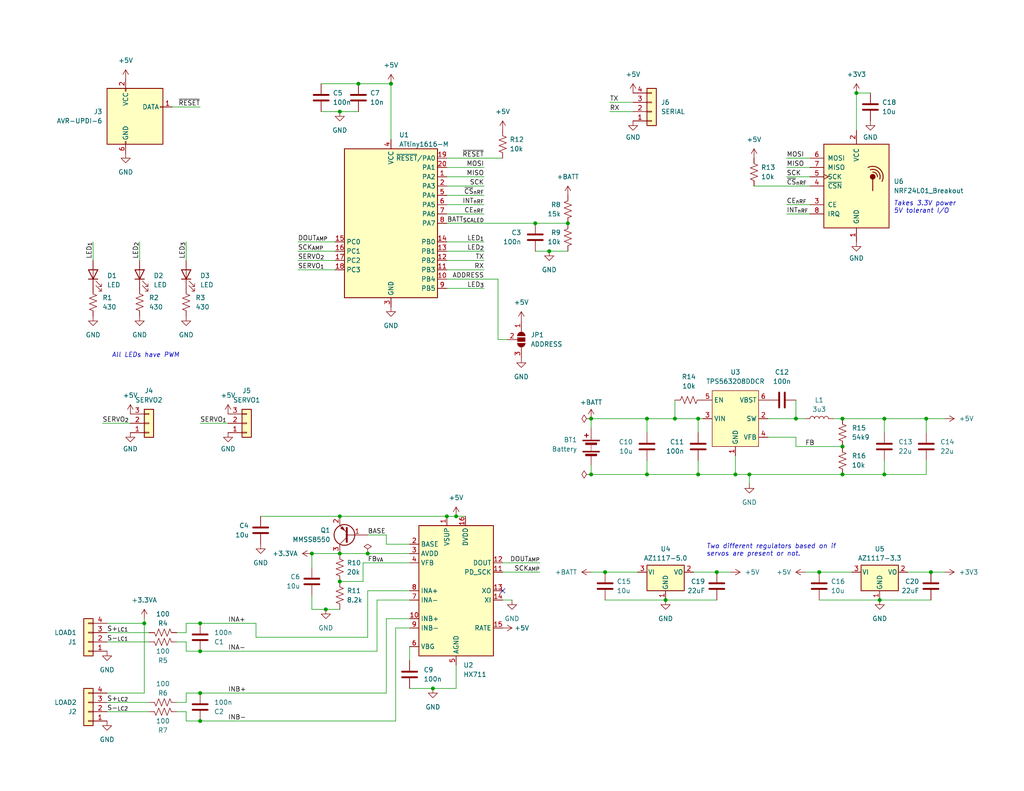
<source format=kicad_sch>
(kicad_sch (version 20230121) (generator eeschema)
  (paper "USLetter")
  (title_block (title "Propellor Pitch Control nRF24") (date "2023-12-06") (rev "1.1") (company "HPVDT") (comment 1 "nRF24 based control for propeller pitch"))
  (lib_symbols
    (symbol "Analog_ADC:HX711"
      (property "Reference" "U" (at 5.08 21.59 0))
      (property "Value" "HX711" (at 7.62 19.05 0))
      (symbol "HX711_0_1"
        (rectangle (start -10.16 17.78) (end 10.16 -17.78) (stroke (width 0.254)) (fill (type background)))
      )
      (symbol "HX711_1_1"
        (pin power_in line (at -2.54 20.32 270) (length 2.54) (name "VSUP") (number "1"))
        (pin input line (at -12.7 -7.62 0) (length 2.54) (name "INB+") (number "10"))
        (pin input line (at 12.7 5.08 180) (length 2.54) (name "PD_SCK") (number "11"))
        (pin output line (at 12.7 7.62 180) (length 2.54) (name "DOUT") (number "12"))
        (pin passive line (at 12.7 0 180) (length 2.54) (name "XO") (number "13"))
        (pin passive line (at 12.7 -2.54 180) (length 2.54) (name "XI") (number "14"))
        (pin input line (at 12.7 -10.16 180) (length 2.54) (name "RATE") (number "15"))
        (pin power_in line (at 2.54 20.32 270) (length 2.54) (name "DVDD") (number "16"))
        (pin passive line (at -12.7 12.7 0) (length 2.54) (name "BASE") (number "2"))
        (pin power_in line (at -12.7 10.16 0) (length 2.54) (name "AVDD") (number "3"))
        (pin input line (at -12.7 7.62 0) (length 2.54) (name "VFB") (number "4"))
        (pin power_in line (at 0 -20.32 90) (length 2.54) (name "AGND") (number "5"))
        (pin passive line (at -12.7 -15.24 0) (length 2.54) (name "VBG") (number "6"))
        (pin input line (at -12.7 -2.54 0) (length 2.54) (name "INA-") (number "7"))
        (pin input line (at -12.7 0 0) (length 2.54) (name "INA+") (number "8"))
        (pin input line (at -12.7 -10.16 0) (length 2.54) (name "INB-") (number "9"))
      )
    )
    (symbol "Connector:AVR-UPDI-6" (pin_names (offset 1.016))
      (property "Reference" "J" (at -6.35 8.89 0))
      (property "Value" "AVR-UPDI-6" (at 0 8.89 0))
      (symbol "AVR-UPDI-6_0_1"
        (rectangle (start -2.667 -6.858) (end -2.413 -7.62))
        (rectangle (start -2.667 7.62) (end -2.413 6.858))
        (rectangle (start 7.62 2.667) (end 6.858 2.413))
        (rectangle (start 7.62 7.62) (end -7.62 -7.62) (stroke (width 0.254)) (fill (type background)))
      )
      (symbol "AVR-UPDI-6_1_1"
        (pin passive line (at 10.16 2.54 180) (length 2.54) (name "DATA") (number "1"))
        (pin passive line (at -2.54 10.16 270) (length 2.54) (name "VCC") (number "2"))
        (pin no_connect line (at 7.62 0 180) (length 2.54) hide (name "NC") (number "3"))
        (pin no_connect line (at 7.62 -2.54 180) (length 2.54) hide (name "NC") (number "4"))
        (pin no_connect line (at 7.62 -5.08 180) (length 2.54) hide (name "NC") (number "5"))
        (pin passive line (at -2.54 -10.16 90) (length 2.54) (name "GND") (number "6"))
      )
    )
    (symbol "Connector_Generic:Conn_01x03" (pin_names (offset 1.016) hide)
      (property "Reference" "J" (at 0 5.08 0))
      (property "Value" "Conn_01x03" (at 0 -5.08 0))
      (symbol "Conn_01x03_1_1"
        (rectangle (start -1.27 -2.413) (end 0 -2.667) (stroke (width 0.1524)))
        (rectangle (start -1.27 0.127) (end 0 -0.127) (stroke (width 0.1524)))
        (rectangle (start -1.27 2.667) (end 0 2.413) (stroke (width 0.1524)))
        (rectangle (start -1.27 3.81) (end 1.27 -3.81) (stroke (width 0.254)) (fill (type background)))
        (pin passive line (at -5.08 2.54 0) (length 3.81) (name "Pin_1") (number "1"))
        (pin passive line (at -5.08 0 0) (length 3.81) (name "Pin_2") (number "2"))
        (pin passive line (at -5.08 -2.54 0) (length 3.81) (name "Pin_3") (number "3"))
      )
    )
    (symbol "Connector_Generic:Conn_01x04" (pin_names (offset 1.016) hide)
      (property "Reference" "J" (at 0 5.08 0))
      (property "Value" "Conn_01x04" (at 0 -7.62 0))
      (symbol "Conn_01x04_1_1"
        (rectangle (start -1.27 -4.953) (end 0 -5.207) (stroke (width 0.1524)))
        (rectangle (start -1.27 -2.413) (end 0 -2.667) (stroke (width 0.1524)))
        (rectangle (start -1.27 0.127) (end 0 -0.127) (stroke (width 0.1524)))
        (rectangle (start -1.27 2.667) (end 0 2.413) (stroke (width 0.1524)))
        (rectangle (start -1.27 3.81) (end 1.27 -6.35) (stroke (width 0.254)) (fill (type background)))
        (pin passive line (at -5.08 2.54 0) (length 3.81) (name "Pin_1") (number "1"))
        (pin passive line (at -5.08 0 0) (length 3.81) (name "Pin_2") (number "2"))
        (pin passive line (at -5.08 -2.54 0) (length 3.81) (name "Pin_3") (number "3"))
        (pin passive line (at -5.08 -5.08 0) (length 3.81) (name "Pin_4") (number "4"))
      )
    )
    (symbol "Device:Battery" (pin_numbers hide) (pin_names (offset 0) hide)
      (property "Reference" "BT" (at 2.54 2.54 0))
      (property "Value" "Battery" (at 2.54 0 0))
      (symbol "Battery_0_1"
        (rectangle (start -2.286 -1.27) (end 2.286 -1.524) (fill (type outline)))
        (rectangle (start -2.286 1.778) (end 2.286 1.524) (fill (type outline)))
        (rectangle (start -1.524 -2.032) (end 1.524 -2.54) (fill (type outline)))
        (rectangle (start -1.524 1.016) (end 1.524 0.508) (fill (type outline)))
        (polyline (pts (xy 0 -1.016) (xy 0 -0.762)))
        (polyline (pts (xy 0 -0.508) (xy 0 -0.254)))
        (polyline (pts (xy 0 0) (xy 0 0.254)))
        (polyline (pts (xy 0 1.778) (xy 0 2.54)))
        (polyline (pts (xy 0.762 3.048) (xy 1.778 3.048)) (stroke (width 0.254)))
        (polyline (pts (xy 1.27 3.556) (xy 1.27 2.54)) (stroke (width 0.254)))
      )
      (symbol "Battery_1_1"
        (pin passive line (at 0 5.08 270) (length 2.54) (name "+") (number "1"))
        (pin passive line (at 0 -5.08 90) (length 2.54) (name "-") (number "2"))
      )
    )
    (symbol "Device:C" (pin_numbers hide) (pin_names (offset 0.254))
      (property "Reference" "C" (at 0.635 2.54 0))
      (property "Value" "C" (at 0.635 -2.54 0))
      (symbol "C_0_1"
        (polyline (pts (xy -2.032 -0.762) (xy 2.032 -0.762)) (stroke (width 0.508)))
        (polyline (pts (xy -2.032 0.762) (xy 2.032 0.762)) (stroke (width 0.508)))
      )
      (symbol "C_1_1"
        (pin passive line (at 0 3.81 270) (length 2.794) (name "~") (number "1"))
        (pin passive line (at 0 -3.81 90) (length 2.794) (name "~") (number "2"))
      )
    )
    (symbol "Device:L" (pin_numbers hide) (pin_names (offset 1.016) hide)
      (property "Reference" "L" (at -1.27 0 90))
      (property "Value" "L" (at 1.905 0 90))
      (symbol "L_0_1"
        (arc (start 0 -2.54) (mid 0.6323 -1.905) (end 0 -1.27))
        (arc (start 0 -1.27) (mid 0.6323 -0.635) (end 0 0))
        (arc (start 0 0) (mid 0.6323 0.635) (end 0 1.27))
        (arc (start 0 1.27) (mid 0.6323 1.905) (end 0 2.54))
      )
      (symbol "L_1_1"
        (pin passive line (at 0 3.81 270) (length 1.27) (name "1") (number "1"))
        (pin passive line (at 0 -3.81 90) (length 1.27) (name "2") (number "2"))
      )
    )
    (symbol "Device:LED" (pin_numbers hide) (pin_names (offset 1.016) hide)
      (property "Reference" "D" (at 0 2.54 0))
      (property "Value" "LED" (at 0 -2.54 0))
      (symbol "LED_0_1"
        (polyline (pts (xy -1.27 -1.27) (xy -1.27 1.27)) (stroke (width 0.254)))
        (polyline (pts (xy -1.27 0) (xy 1.27 0)))
        (polyline (pts (xy 1.27 -1.27) (xy 1.27 1.27) (xy -1.27 0) (xy 1.27 -1.27)) (stroke (width 0.254)))
        (polyline (pts (xy -3.048 -0.762) (xy -4.572 -2.286) (xy -3.81 -2.286) (xy -4.572 -2.286) (xy -4.572 -1.524)))
        (polyline (pts (xy -1.778 -0.762) (xy -3.302 -2.286) (xy -2.54 -2.286) (xy -3.302 -2.286) (xy -3.302 -1.524)))
      )
      (symbol "LED_1_1"
        (pin passive line (at -3.81 0 0) (length 2.54) (name "K") (number "1"))
        (pin passive line (at 3.81 0 180) (length 2.54) (name "A") (number "2"))
      )
    )
    (symbol "Device:Q_PNP_BEC" (pin_names (offset 0) hide)
      (property "Reference" "Q" (at 5.08 1.27 0))
      (property "Value" "Q_PNP_BEC" (at 5.08 -1.27 0))
      (symbol "Q_PNP_BEC_0_1"
        (polyline (pts (xy 0.635 0.635) (xy 2.54 2.54)))
        (polyline (pts (xy 0.635 -0.635) (xy 2.54 -2.54) (xy 2.54 -2.54)))
        (polyline (pts (xy 0.635 1.905) (xy 0.635 -1.905) (xy 0.635 -1.905)) (stroke (width 0.508)))
        (polyline (pts (xy 2.286 -1.778) (xy 1.778 -2.286) (xy 1.27 -1.27) (xy 2.286 -1.778) (xy 2.286 -1.778)) (fill (type outline)))
        (circle (center 1.27 0) (radius 2.8194) (stroke (width 0.254)))
      )
      (symbol "Q_PNP_BEC_1_1"
        (pin input line (at -5.08 0 0) (length 5.715) (name "B") (number "1"))
        (pin passive line (at 2.54 -5.08 90) (length 2.54) (name "E") (number "2"))
        (pin passive line (at 2.54 5.08 270) (length 2.54) (name "C") (number "3"))
      )
    )
    (symbol "Device:R_US" (pin_numbers hide) (pin_names (offset 0))
      (property "Reference" "R" (at 2.54 0 90))
      (property "Value" "R_US" (at -2.54 0 90))
      (symbol "R_US_0_1"
        (polyline (pts (xy 0 -2.286) (xy 0 -2.54)))
        (polyline (pts (xy 0 2.286) (xy 0 2.54)))
        (polyline (pts (xy 0 -0.762) (xy 1.016 -1.143) (xy 0 -1.524) (xy -1.016 -1.905) (xy 0 -2.286)))
        (polyline (pts (xy 0 0.762) (xy 1.016 0.381) (xy 0 0) (xy -1.016 -0.381) (xy 0 -0.762)))
        (polyline (pts (xy 0 2.286) (xy 1.016 1.905) (xy 0 1.524) (xy -1.016 1.143) (xy 0 0.762)))
      )
      (symbol "R_US_1_1"
        (pin passive line (at 0 3.81 270) (length 1.27) (name "~") (number "1"))
        (pin passive line (at 0 -3.81 90) (length 1.27) (name "~") (number "2"))
      )
    )
    (symbol "Jumper:SolderJumper_3_Open" (pin_names (offset 0) hide)
      (property "Reference" "JP" (at -2.54 -2.54 0))
      (property "Value" "SolderJumper_3_Open" (at 0 2.794 0))
      (symbol "SolderJumper_3_Open_0_1"
        (arc (start -1.016 1.016) (mid -2.0276 0) (end -1.016 -1.016))
        (arc (start -1.016 1.016) (mid -2.0276 0) (end -1.016 -1.016) (fill (type outline)))
        (rectangle (start -0.508 1.016) (end 0.508 -1.016) (fill (type outline)))
        (polyline (pts (xy -2.54 0) (xy -2.032 0)))
        (polyline (pts (xy -1.016 1.016) (xy -1.016 -1.016)))
        (polyline (pts (xy 0 -1.27) (xy 0 -1.016)))
        (polyline (pts (xy 1.016 1.016) (xy 1.016 -1.016)))
        (polyline (pts (xy 2.54 0) (xy 2.032 0)))
        (arc (start 1.016 -1.016) (mid 2.0276 0) (end 1.016 1.016))
        (arc (start 1.016 -1.016) (mid 2.0276 0) (end 1.016 1.016) (fill (type outline)))
      )
      (symbol "SolderJumper_3_Open_1_1"
        (pin passive line (at -5.08 0 0) (length 2.54) (name "A") (number "1"))
        (pin passive line (at 0 -3.81 90) (length 2.54) (name "C") (number "2"))
        (pin passive line (at 5.08 0 180) (length 2.54) (name "B") (number "3"))
      )
    )
    (symbol "MCU_Microchip_ATtiny:ATtiny1616-M"
      (property "Reference" "U" (at -12.7 21.59 0))
      (property "Value" "ATtiny1616-M" (at 2.54 -21.59 0))
      (symbol "ATtiny1616-M_0_1"
        (rectangle (start -12.7 -20.32) (end 12.7 20.32) (stroke (width 0.254)) (fill (type background)))
      )
      (symbol "ATtiny1616-M_1_1"
        (pin bidirectional line (at 15.24 12.7 180) (length 2.54) (name "PA2") (number "1"))
        (pin bidirectional line (at 15.24 -15.24 180) (length 2.54) (name "PB4") (number "10"))
        (pin bidirectional line (at 15.24 -12.7 180) (length 2.54) (name "PB3") (number "11"))
        (pin bidirectional line (at 15.24 -10.16 180) (length 2.54) (name "PB2") (number "12"))
        (pin bidirectional line (at 15.24 -7.62 180) (length 2.54) (name "PB1") (number "13"))
        (pin bidirectional line (at 15.24 -5.08 180) (length 2.54) (name "PB0") (number "14"))
        (pin bidirectional line (at -15.24 -5.08 0) (length 2.54) (name "PC0") (number "15"))
        (pin bidirectional line (at -15.24 -7.62 0) (length 2.54) (name "PC1") (number "16"))
        (pin bidirectional line (at -15.24 -10.16 0) (length 2.54) (name "PC2") (number "17"))
        (pin bidirectional line (at -15.24 -12.7 0) (length 2.54) (name "PC3") (number "18"))
        (pin bidirectional line (at 15.24 17.78 180) (length 2.54) (name "~{RESET}/PA0") (number "19"))
        (pin bidirectional line (at 15.24 10.16 180) (length 2.54) (name "PA3") (number "2"))
        (pin bidirectional line (at 15.24 15.24 180) (length 2.54) (name "PA1") (number "20"))
        (pin passive line (at 0 -22.86 90) (length 2.54) hide (name "GND") (number "21"))
        (pin power_in line (at 0 -22.86 90) (length 2.54) (name "GND") (number "3"))
        (pin power_in line (at 0 22.86 270) (length 2.54) (name "VCC") (number "4"))
        (pin bidirectional line (at 15.24 7.62 180) (length 2.54) (name "PA4") (number "5"))
        (pin bidirectional line (at 15.24 5.08 180) (length 2.54) (name "PA5") (number "6"))
        (pin bidirectional line (at 15.24 2.54 180) (length 2.54) (name "PA6") (number "7"))
        (pin bidirectional line (at 15.24 0 180) (length 2.54) (name "PA7") (number "8"))
        (pin bidirectional line (at 15.24 -17.78 180) (length 2.54) (name "PB5") (number "9"))
      )
    )
    (symbol "RF:NRF24L01_Breakout" (pin_names (offset 1.016))
      (property "Reference" "U" (at -8.89 12.7 0))
      (property "Value" "NRF24L01_Breakout" (at 3.81 12.7 0))
      (symbol "NRF24L01_Breakout_0_1"
        (rectangle (start -8.89 11.43) (end 8.89 -11.43) (stroke (width 0.254)) (fill (type background)))
        (polyline (pts (xy 4.445 1.905) (xy 4.445 -1.27)) (stroke (width 0.254)))
        (circle (center 4.445 2.54) (radius 0.635) (stroke (width 0.254)) (fill (type outline)))
        (arc (start 5.715 2.54) (mid 5.3521 3.4546) (end 4.445 3.81) (stroke (width 0.254)))
        (arc (start 6.35 1.905) (mid 5.8763 3.9854) (end 3.81 4.445) (stroke (width 0.254)))
        (arc (start 6.985 1.27) (mid 6.453 4.548) (end 3.175 5.08) (stroke (width 0.254)))
      )
      (symbol "NRF24L01_Breakout_1_1"
        (pin power_in line (at 0 -15.24 90) (length 3.81) (name "GND") (number "1"))
        (pin power_in line (at 0 15.24 270) (length 3.81) (name "VCC") (number "2"))
        (pin input line (at -12.7 -5.08 0) (length 3.81) (name "CE") (number "3"))
        (pin input line (at -12.7 0 0) (length 3.81) (name "~{CSN}") (number "4"))
        (pin input clock (at -12.7 2.54 0) (length 3.81) (name "SCK") (number "5"))
        (pin input line (at -12.7 7.62 0) (length 3.81) (name "MOSI") (number "6"))
        (pin output line (at -12.7 5.08 0) (length 3.81) (name "MISO") (number "7"))
        (pin output line (at -12.7 -7.62 0) (length 3.81) (name "IRQ") (number "8"))
      )
    )
    (symbol "Regulator_Linear:AZ1117-3.3" (pin_names (offset 0.254))
      (property "Reference" "U" (at -3.81 3.175 0))
      (property "Value" "AZ1117-3.3" (at 0 3.175 0))
      (symbol "AZ1117-3.3_0_1"
        (rectangle (start -5.08 1.905) (end 5.08 -5.08) (stroke (width 0.254)) (fill (type background)))
      )
      (symbol "AZ1117-3.3_1_1"
        (pin power_in line (at 0 -7.62 90) (length 2.54) (name "GND") (number "1"))
        (pin power_out line (at 7.62 0 180) (length 2.54) (name "VO") (number "2"))
        (pin power_in line (at -7.62 0 0) (length 2.54) (name "VI") (number "3"))
      )
    )
    (symbol "Regulator_Linear:AZ1117-5.0" (pin_names (offset 0.254))
      (property "Reference" "U" (at -3.81 3.175 0))
      (property "Value" "AZ1117-5.0" (at 0 3.175 0))
      (symbol "AZ1117-5.0_0_1"
        (rectangle (start -5.08 1.905) (end 5.08 -5.08) (stroke (width 0.254)) (fill (type background)))
      )
      (symbol "AZ1117-5.0_1_1"
        (pin power_in line (at 0 -7.62 90) (length 2.54) (name "GND") (number "1"))
        (pin power_out line (at 7.62 0 180) (length 2.54) (name "VO") (number "2"))
        (pin power_in line (at -7.62 0 0) (length 2.54) (name "VI") (number "3"))
      )
    )
    (symbol "TPS563208DDCR:TPS563208DDCR"
      (property "Reference" "U" (at 0 11.43 0))
      (property "Value" "TPS563208DDCR" (at 0 8.89 0))
      (symbol "TPS563208DDCR_1_1"
        (rectangle (start -6.35 7.62) (end 6.35 -7.62) (fill (type background)))
        (pin power_in line (at 0 -10.16 90) (length 2.54) (name "GND") (number "1"))
        (pin power_out line (at 8.89 0 180) (length 2.54) (name "SW") (number "2"))
        (pin power_in line (at -8.89 0 0) (length 2.54) (name "VIN") (number "3"))
        (pin input line (at 8.89 -5.08 180) (length 2.54) (name "VFB") (number "4"))
        (pin input line (at -8.89 5.08 0) (length 2.54) (name "EN") (number "5"))
        (pin passive line (at 8.89 5.08 180) (length 2.54) (name "VBST") (number "6"))
      )
    )
    (symbol "power:+3.3VA" (power) (pin_names (offset 0))
      (property "Value" "+3.3VA" (at 0 3.556 0))
      (symbol "+3.3VA_0_1"
        (polyline (pts (xy -0.762 1.27) (xy 0 2.54)))
        (polyline (pts (xy 0 0) (xy 0 2.54)))
        (polyline (pts (xy 0 2.54) (xy 0.762 1.27)))
      )
      (symbol "+3.3VA_1_1"
        (pin power_in line (at 0 0 90) (length 0) hide (name "+3.3VA") (number "1"))
      )
    )
    (symbol "power:+3V3" (power) (pin_names (offset 0))
      (property "Value" "+3V3" (at 0 3.556 0))
      (symbol "+3V3_0_1"
        (polyline (pts (xy -0.762 1.27) (xy 0 2.54)))
        (polyline (pts (xy 0 0) (xy 0 2.54)))
        (polyline (pts (xy 0 2.54) (xy 0.762 1.27)))
      )
      (symbol "+3V3_1_1"
        (pin power_in line (at 0 0 90) (length 0) hide (name "+3V3") (number "1"))
      )
    )
    (symbol "power:+5V" (power) (pin_names (offset 0))
      (property "Value" "+5V" (at 0 3.556 0))
      (symbol "+5V_0_1"
        (polyline (pts (xy -0.762 1.27) (xy 0 2.54)))
        (polyline (pts (xy 0 0) (xy 0 2.54)))
        (polyline (pts (xy 0 2.54) (xy 0.762 1.27)))
      )
      (symbol "+5V_1_1"
        (pin power_in line (at 0 0 90) (length 0) hide (name "+5V") (number "1"))
      )
    )
    (symbol "power:+BATT" (power) (pin_names (offset 0))
      (property "Value" "+BATT" (at 0 3.556 0))
      (symbol "+BATT_0_1"
        (polyline (pts (xy -0.762 1.27) (xy 0 2.54)))
        (polyline (pts (xy 0 0) (xy 0 2.54)))
        (polyline (pts (xy 0 2.54) (xy 0.762 1.27)))
      )
      (symbol "+BATT_1_1"
        (pin power_in line (at 0 0 90) (length 0) hide (name "+BATT") (number "1"))
      )
    )
    (symbol "power:GND" (power) (pin_names (offset 0))
      (property "Value" "GND" (at 0 -3.81 0))
      (symbol "GND_0_1"
        (polyline (pts (xy 0 0) (xy 0 -1.27) (xy 1.27 -1.27) (xy 0 -2.54) (xy -1.27 -1.27) (xy 0 -1.27)))
      )
      (symbol "GND_1_1"
        (pin power_in line (at 0 0 270) (length 0) hide (name "GND") (number "1"))
      )
    )
    (symbol "power:PWR_FLAG" (power) (pin_numbers hide) (pin_names (offset 0) hide)
      (property "Value" "PWR_FLAG" (at 0 3.81 0))
      (symbol "PWR_FLAG_0_0"
        (pin power_out line (at 0 0 90) (length 0) (name "pwr") (number "1"))
      )
      (symbol "PWR_FLAG_0_1"
        (polyline (pts (xy 0 0) (xy 0 1.27) (xy -1.016 1.905) (xy 0 2.54) (xy 1.016 1.905) (xy 0 1.27)))
      )
    )
  )
  (bus_alias "" (members))
  (junction (at 146.05 60.96))
  (junction (at 54.61 196.85))
  (junction (at 176.53 114.3))
  (junction (at 161.29 114.3))
  (junction (at 92.71 151.13))
  (junction (at 92.71 140.97))
  (junction (at 165.1 156.21))
  (junction (at 54.61 189.23))
  (junction (at 97.79 22.86))
  (junction (at 223.52 156.21))
  (junction (at 229.87 114.3))
  (junction (at 39.37 170.18))
  (junction (at 190.5 114.3))
  (junction (at 118.11 187.96))
  (junction (at 92.71 30.48))
  (junction (at 190.5 129.54))
  (junction (at 92.71 158.75))
  (junction (at 252.73 114.3))
  (junction (at 124.46 140.97))
  (junction (at 229.87 129.54))
  (junction (at 204.47 129.54))
  (junction (at 154.94 60.96))
  (junction (at 200.66 129.54))
  (junction (at 100.33 151.13))
  (junction (at 241.3 129.54))
  (junction (at 229.87 121.92))
  (junction (at 254 156.21))
  (junction (at 233.68 25.4))
  (junction (at 149.86 68.58))
  (junction (at 181.61 163.83))
  (junction (at 217.17 114.3))
  (junction (at 195.58 156.21))
  (junction (at 88.9 166.37))
  (junction (at 85.09 151.13))
  (junction (at 184.15 114.3))
  (junction (at 176.53 129.54))
  (junction (at 121.92 140.97))
  (junction (at 241.3 114.3))
  (junction (at 54.61 177.8))
  (junction (at 54.61 170.18))
  (junction (at 106.68 22.86))
  (junction (at 240.03 163.83))
  (junction (at 161.29 129.54))
  (no_connect (at 137.16 161.29))
  (wire (pts (xy 121.92 48.26) (xy 132.08 48.26)))
  (wire (pts (xy 176.53 114.3) (xy 184.15 114.3)))
  (wire (pts (xy 189.23 156.21) (xy 195.58 156.21)))
  (wire (pts (xy 54.61 170.18) (xy 69.85 170.18)))
  (wire (pts (xy 100.33 146.05) (xy 105.41 146.05)))
  (wire (pts (xy 85.09 166.37) (xy 88.9 166.37)))
  (wire (pts (xy 204.47 129.54) (xy 229.87 129.54)))
  (wire (pts (xy 50.8 189.23) (xy 54.61 189.23)))
  (wire (pts (xy 102.87 163.83) (xy 111.76 163.83)))
  (wire (pts (xy 217.17 114.3) (xy 217.17 109.22)))
  (wire (pts (xy 106.68 22.86) (xy 106.68 38.1)))
  (wire (pts (xy 107.95 171.45) (xy 111.76 171.45)))
  (wire (pts (xy 69.85 170.18) (xy 69.85 173.99)))
  (wire (pts (xy 69.85 173.99) (xy 100.33 173.99)))
  (wire (pts (xy 223.52 163.83) (xy 240.03 163.83)))
  (wire (pts (xy 121.92 45.72) (xy 132.08 45.72)))
  (wire (pts (xy 111.76 187.96) (xy 118.11 187.96)))
  (wire (pts (xy 105.41 168.91) (xy 111.76 168.91)))
  (wire (pts (xy 50.8 177.8) (xy 54.61 177.8)))
  (wire (pts (xy 48.26 194.31) (xy 50.8 194.31)))
  (wire (pts (xy 99.06 153.67) (xy 111.76 153.67)))
  (wire (pts (xy 161.29 129.54) (xy 161.29 127)))
  (wire (pts (xy 105.41 148.59) (xy 111.76 148.59)))
  (wire (pts (xy 29.21 189.23) (xy 39.37 189.23)))
  (wire (pts (xy 92.71 140.97) (xy 121.92 140.97)))
  (wire (pts (xy 54.61 177.8) (xy 102.87 177.8)))
  (wire (pts (xy 121.92 66.04) (xy 132.08 66.04)))
  (wire (pts (xy 91.44 71.12) (xy 81.28 71.12)))
  (wire (pts (xy 165.1 156.21) (xy 173.99 156.21)))
  (wire (pts (xy 50.8 175.26) (xy 50.8 177.8)))
  (wire (pts (xy 50.8 191.77) (xy 50.8 189.23)))
  (wire (pts (xy 229.87 114.3) (xy 241.3 114.3)))
  (wire (pts (xy 241.3 114.3) (xy 252.73 114.3)))
  (wire (pts (xy 85.09 151.13) (xy 92.71 151.13)))
  (wire (pts (xy 209.55 114.3) (xy 217.17 114.3)))
  (wire (pts (xy 181.61 163.83) (xy 195.58 163.83)))
  (wire (pts (xy 217.17 119.38) (xy 217.17 121.92)))
  (wire (pts (xy 184.15 114.3) (xy 184.15 109.22)))
  (wire (pts (xy 50.8 196.85) (xy 54.61 196.85)))
  (wire (pts (xy 71.12 140.97) (xy 92.71 140.97)))
  (wire (pts (xy 121.92 43.18) (xy 137.16 43.18)))
  (wire (pts (xy 121.92 76.2) (xy 135.89 76.2)))
  (wire (pts (xy 121.92 140.97) (xy 124.46 140.97)))
  (wire (pts (xy 176.53 129.54) (xy 190.5 129.54)))
  (wire (pts (xy 39.37 168.91) (xy 39.37 170.18)))
  (wire (pts (xy 38.1 66.04) (xy 38.1 71.12)))
  (wire (pts (xy 48.26 175.26) (xy 50.8 175.26)))
  (wire (pts (xy 87.63 22.86) (xy 97.79 22.86)))
  (wire (pts (xy 91.44 73.66) (xy 81.28 73.66)))
  (wire (pts (xy 48.26 191.77) (xy 50.8 191.77)))
  (wire (pts (xy 91.44 66.04) (xy 81.28 66.04)))
  (wire (pts (xy 39.37 189.23) (xy 39.37 170.18)))
  (wire (pts (xy 209.55 119.38) (xy 217.17 119.38)))
  (wire (pts (xy 137.16 156.21) (xy 147.32 156.21)))
  (wire (pts (xy 154.94 68.58) (xy 149.86 68.58)))
  (wire (pts (xy 161.29 156.21) (xy 165.1 156.21)))
  (wire (pts (xy 247.65 156.21) (xy 254 156.21)))
  (wire (pts (xy 124.46 140.97) (xy 127 140.97)))
  (wire (pts (xy 100.33 173.99) (xy 100.33 161.29)))
  (wire (pts (xy 111.76 180.34) (xy 111.76 176.53)))
  (wire (pts (xy 233.68 25.4) (xy 233.68 35.56)))
  (wire (pts (xy 85.09 154.94) (xy 85.09 151.13)))
  (wire (pts (xy 121.92 58.42) (xy 132.08 58.42)))
  (wire (pts (xy 124.46 181.61) (xy 124.46 187.96)))
  (wire (pts (xy 121.92 55.88) (xy 132.08 55.88)))
  (wire (pts (xy 88.9 166.37) (xy 92.71 166.37)))
  (wire (pts (xy 29.21 194.31) (xy 40.64 194.31)))
  (wire (pts (xy 50.8 172.72) (xy 50.8 170.18)))
  (wire (pts (xy 195.58 156.21) (xy 199.39 156.21)))
  (wire (pts (xy 240.03 163.83) (xy 254 163.83)))
  (wire (pts (xy 99.06 153.67) (xy 99.06 158.75)))
  (wire (pts (xy 241.3 118.11) (xy 241.3 114.3)))
  (wire (pts (xy 48.26 172.72) (xy 50.8 172.72)))
  (wire (pts (xy 25.4 66.04) (xy 25.4 71.12)))
  (wire (pts (xy 176.53 114.3) (xy 176.53 118.11)))
  (wire (pts (xy 223.52 156.21) (xy 232.41 156.21)))
  (wire (pts (xy 214.63 43.18) (xy 220.98 43.18)))
  (wire (pts (xy 135.89 76.2) (xy 135.89 92.71)))
  (wire (pts (xy 121.92 71.12) (xy 132.08 71.12)))
  (wire (pts (xy 227.33 114.3) (xy 229.87 114.3)))
  (wire (pts (xy 54.61 196.85) (xy 107.95 196.85)))
  (wire (pts (xy 254 156.21) (xy 257.81 156.21)))
  (wire (pts (xy 54.61 115.57) (xy 62.23 115.57)))
  (wire (pts (xy 204.47 132.08) (xy 204.47 129.54)))
  (wire (pts (xy 102.87 177.8) (xy 102.87 163.83)))
  (wire (pts (xy 217.17 121.92) (xy 229.87 121.92)))
  (wire (pts (xy 146.05 60.96) (xy 154.94 60.96)))
  (wire (pts (xy 29.21 191.77) (xy 40.64 191.77)))
  (wire (pts (xy 29.21 172.72) (xy 40.64 172.72)))
  (wire (pts (xy 176.53 129.54) (xy 176.53 125.73)))
  (wire (pts (xy 149.86 68.58) (xy 146.05 68.58)))
  (wire (pts (xy 217.17 114.3) (xy 219.71 114.3)))
  (wire (pts (xy 214.63 55.88) (xy 220.98 55.88)))
  (wire (pts (xy 184.15 114.3) (xy 190.5 114.3)))
  (wire (pts (xy 252.73 114.3) (xy 257.81 114.3)))
  (wire (pts (xy 118.11 187.96) (xy 124.46 187.96)))
  (wire (pts (xy 121.92 50.8) (xy 132.08 50.8)))
  (wire (pts (xy 107.95 196.85) (xy 107.95 171.45)))
  (wire (pts (xy 97.79 22.86) (xy 106.68 22.86)))
  (wire (pts (xy 191.77 114.3) (xy 190.5 114.3)))
  (wire (pts (xy 165.1 163.83) (xy 181.61 163.83)))
  (wire (pts (xy 105.41 146.05) (xy 105.41 148.59)))
  (wire (pts (xy 237.49 25.4) (xy 233.68 25.4)))
  (wire (pts (xy 241.3 129.54) (xy 252.73 129.54)))
  (wire (pts (xy 92.71 30.48) (xy 97.79 30.48)))
  (wire (pts (xy 92.71 30.48) (xy 87.63 30.48)))
  (wire (pts (xy 241.3 129.54) (xy 241.3 125.73)))
  (wire (pts (xy 190.5 114.3) (xy 190.5 118.11)))
  (wire (pts (xy 54.61 189.23) (xy 105.41 189.23)))
  (wire (pts (xy 50.8 196.85) (xy 50.8 194.31)))
  (wire (pts (xy 214.63 58.42) (xy 220.98 58.42)))
  (wire (pts (xy 137.16 163.83) (xy 139.7 163.83)))
  (wire (pts (xy 219.71 156.21) (xy 223.52 156.21)))
  (wire (pts (xy 172.72 30.48) (xy 166.37 30.48)))
  (wire (pts (xy 27.94 115.57) (xy 35.56 115.57)))
  (wire (pts (xy 205.74 50.8) (xy 220.98 50.8)))
  (wire (pts (xy 172.72 27.94) (xy 166.37 27.94)))
  (wire (pts (xy 200.66 129.54) (xy 200.66 124.46)))
  (wire (pts (xy 121.92 73.66) (xy 132.08 73.66)))
  (wire (pts (xy 200.66 129.54) (xy 204.47 129.54)))
  (wire (pts (xy 121.92 53.34) (xy 132.08 53.34)))
  (wire (pts (xy 29.21 175.26) (xy 40.64 175.26)))
  (wire (pts (xy 137.16 153.67) (xy 147.32 153.67)))
  (wire (pts (xy 100.33 161.29) (xy 111.76 161.29)))
  (wire (pts (xy 121.92 60.96) (xy 146.05 60.96)))
  (wire (pts (xy 214.63 48.26) (xy 220.98 48.26)))
  (wire (pts (xy 229.87 129.54) (xy 241.3 129.54)))
  (wire (pts (xy 252.73 118.11) (xy 252.73 114.3)))
  (wire (pts (xy 121.92 78.74) (xy 132.08 78.74)))
  (wire (pts (xy 161.29 116.84) (xy 161.29 114.3)))
  (wire (pts (xy 190.5 129.54) (xy 190.5 125.73)))
  (wire (pts (xy 214.63 45.72) (xy 220.98 45.72)))
  (wire (pts (xy 91.44 68.58) (xy 81.28 68.58)))
  (wire (pts (xy 121.92 68.58) (xy 132.08 68.58)))
  (wire (pts (xy 161.29 114.3) (xy 176.53 114.3)))
  (wire (pts (xy 190.5 129.54) (xy 200.66 129.54)))
  (wire (pts (xy 99.06 158.75) (xy 92.71 158.75)))
  (wire (pts (xy 50.8 170.18) (xy 54.61 170.18)))
  (wire (pts (xy 92.71 151.13) (xy 100.33 151.13)))
  (wire (pts (xy 50.8 66.04) (xy 50.8 71.12)))
  (wire (pts (xy 46.99 29.21) (xy 54.61 29.21)))
  (wire (pts (xy 135.89 92.71) (xy 138.43 92.71)))
  (wire (pts (xy 29.21 170.18) (xy 39.37 170.18)))
  (wire (pts (xy 105.41 189.23) (xy 105.41 168.91)))
  (wire (pts (xy 100.33 151.13) (xy 111.76 151.13)))
  (wire (pts (xy 85.09 166.37) (xy 85.09 162.56)))
  (wire (pts (xy 252.73 125.73) (xy 252.73 129.54)))
  (wire (pts (xy 161.29 129.54) (xy 176.53 129.54)))
  (text_box "Two different regulators based on if servos are present or not." (at 191.77 147.32 0) (size 38.735 5.08) (stroke (width -0.0001)) (effects (font (size 1.27 1.27) italic) (justify left top)))
  (text "Takes 3.3V power\n5V tolerant I/O" (at 243.84 58.42 0) (effects (font (size 1.27 1.27) italic) (justify left bottom)))
  (text "All LEDs have PWM" (at 30.48 97.79 0) (effects (font (size 1.27 1.27) italic) (justify left bottom)))
  (label "INA-" (at 62.23 177.8 0))
  (label "FB_{VA}" (at 100.33 153.67 0))
  (label "BATT_{SCALED}" (at 132.08 60.96 180))
  (label "S-_{LC1}" (at 29.21 175.26 0))
  (label "SCK_{AMP}" (at 81.28 68.58 0))
  (label "S+_{LC1}" (at 29.21 172.72 0))
  (label "SERVO_{2}" (at 27.94 115.57 0))
  (label "CE_{nRF}" (at 132.08 58.42 180))
  (label "S-_{LC2}" (at 29.21 194.31 0))
  (label "ADDRESS" (at 132.08 76.2 180))
  (label "SCK" (at 214.63 48.26 0))
  (label "INA+" (at 62.23 170.18 0))
  (label "MISO" (at 132.08 48.26 180))
  (label "LED_{1}" (at 25.4 66.04 270))
  (label "DOUT_{AMP}" (at 147.32 153.67 180))
  (label "SCK" (at 132.08 50.8 180))
  (label "~{CS}_{nRF}" (at 214.63 50.8 0))
  (label "SERVO_{2}" (at 81.28 71.12 0))
  (label "FB" (at 219.71 121.92 0))
  (label "INT_{nRF}" (at 214.63 58.42 0))
  (label "LED_{2}" (at 132.08 68.58 180))
  (label "MISO" (at 214.63 45.72 0))
  (label "SERVO_{1}" (at 54.61 115.57 0))
  (label "~{RESET}" (at 132.08 43.18 180))
  (label "CE_{nRF}" (at 214.63 55.88 0))
  (label "BASE" (at 100.33 146.05 0))
  (label "DOUT_{AMP}" (at 81.28 66.04 0))
  (label "S+_{LC2}" (at 29.21 191.77 0))
  (label "LED_{3}" (at 50.8 66.04 270))
  (label "LED_{3}" (at 132.08 78.74 180))
  (label "INT_{nRF}" (at 132.08 55.88 180))
  (label "TX" (at 132.08 71.12 180))
  (label "MOSI" (at 132.08 45.72 180))
  (label "SCK_{AMP}" (at 147.32 156.21 180))
  (label "MOSI" (at 214.63 43.18 0))
  (label "SERVO_{1}" (at 81.28 73.66 0))
  (label "~{RESET}" (at 54.61 29.21 180))
  (label "TX" (at 166.37 27.94 0))
  (label "RX" (at 166.37 30.48 0))
  (label "LED_{2}" (at 38.1 66.04 270))
  (label "LED_{1}" (at 132.08 66.04 180))
  (label "INB-" (at 62.23 196.85 0))
  (label "INB+" (at 62.23 189.23 0))
  (label "~{CS}_{nRF}" (at 132.08 53.34 180))
  (label "RX" (at 132.08 73.66 180))
  (symbol (lib_id "Device:C") (at 85.09 158.75 0) (mirror x) (unit 1)
    (property "Reference" "C6" (at 81.915 157.48 0) (effects (justify right)))
    (property "Value" "10u" (at 81.915 160.02 0) (effects (justify right)))
    (property "Footprint" "Capacitor_SMD:C_0805_2012Metric" (effects hide))
  )
  (symbol (lib_id "Device:R_US") (at 44.45 194.31 90) (mirror x) (unit 1)
    (property "Reference" "R7" (at 44.45 199.39 90))
    (property "Value" "100" (at 44.45 196.85 90))
    (property "Footprint" "Resistor_SMD:R_0603_1608Metric" (effects hide))
  )
  (symbol (lib_id "power:+5V") (at 62.23 113.03 0) (unit 1)
    (property "Reference" "#PWR011" (effects hide))
    (property "Value" "+5V" (at 62.23 107.95 0))
  )
  (symbol (lib_id "power:GND") (at 172.72 33.02 0) (unit 1)
    (property "Reference" "#PWR049" (effects hide))
    (property "Value" "GND" (at 172.72 37.465 0))
  )
  (symbol (lib_id "power:+5V") (at 205.74 43.18 0) (unit 1)
    (property "Reference" "#PWR033" (effects hide))
    (property "Value" "+5V" (at 205.74 38.1 0))
  )
  (symbol (lib_id "Device:R_US") (at 154.94 57.15 0) (mirror y) (unit 1)
    (property "Reference" "R8" (at 153.035 55.88 0) (effects (justify left)))
    (property "Value" "15k" (at 153.035 58.42 0) (effects (justify left)))
    (property "Footprint" "Resistor_SMD:R_0603_1608Metric" (effects hide))
  )
  (symbol (lib_id "power:+5V") (at 199.39 156.21 270) (unit 1)
    (property "Reference" "#PWR045" (effects hide))
    (property "Value" "+5V" (at 203.2 156.21 90) (effects (justify left)))
  )
  (symbol (lib_id "Device:R_US") (at 25.4 82.55 0) (unit 1)
    (property "Reference" "R1" (at 27.94 81.28 0) (effects (justify left)))
    (property "Value" "430" (at 27.94 83.82 0) (effects (justify left)))
    (property "Footprint" "Resistor_SMD:R_0603_1608Metric" (effects hide))
  )
  (symbol (lib_id "power:+BATT") (at 154.94 53.34 0) (mirror y) (unit 1)
    (property "Reference" "#PWR013" (effects hide))
    (property "Value" "+BATT" (at 154.94 48.26 0))
  )
  (symbol (lib_id "power:PWR_FLAG") (at 100.33 151.13 0) (unit 1)
    (property "Reference" "#FLG01" (effects hide))
    (property "Value" "PWR_FLAG" (effects hide))
  )
  (symbol (lib_id "Connector_Generic:Conn_01x03") (at 67.31 115.57 0) (mirror x) (unit 1)
    (property "Reference" "J5" (at 67.31 106.68 0))
    (property "Value" "SERVO1" (at 67.31 109.22 0))
    (property "Footprint" "Connector_JST:JST_EH_B3B-EH-A_1x03_P2.50mm_Vertical" (effects hide))
  )
  (symbol (lib_id "Device:C") (at 165.1 160.02 180) (unit 1)
    (property "Reference" "C15" (at 168.275 158.75 0) (effects (justify right)))
    (property "Value" "10u" (at 168.275 161.29 0) (effects (justify right)))
    (property "Footprint" "Capacitor_SMD:C_0805_2012Metric" (effects hide))
  )
  (symbol (lib_id "Device:C") (at 87.63 26.67 0) (unit 1)
    (property "Reference" "C5" (at 90.805 25.4 0) (effects (justify left)))
    (property "Value" "100n" (at 90.805 27.94 0) (effects (justify left)))
    (property "Footprint" "Capacitor_SMD:C_0603_1608Metric" (effects hide))
  )
  (symbol (lib_id "Connector_Generic:Conn_01x04") (at 24.13 175.26 180) (unit 1) (in_bom no)
    (property "Reference" "J1" (at 20.955 175.26 0) (effects (justify left)))
    (property "Value" "LOAD1" (at 20.955 172.72 0) (effects (justify left)))
    (property "Footprint" "Connector_PinHeader_2.54mm:PinHeader_1x04_P2.54mm_Vertical" (effects hide))
  )
  (symbol (lib_id "Device:R_US") (at 44.45 172.72 90) (mirror x) (unit 1)
    (property "Reference" "R4" (at 44.45 170.18 90))
    (property "Value" "100" (at 44.45 167.64 90))
    (property "Footprint" "Resistor_SMD:R_0603_1608Metric" (effects hide))
  )
  (symbol (lib_id "power:GND") (at 88.9 166.37 0) (mirror y) (unit 1)
    (property "Reference" "#PWR018" (effects hide))
    (property "Value" "GND" (at 88.9 171.45 0))
  )
  (symbol (lib_id "Connector_Generic:Conn_01x03") (at 40.64 115.57 0) (mirror x) (unit 1)
    (property "Reference" "J4" (at 40.64 106.68 0))
    (property "Value" "SERVO2" (at 40.64 109.22 0))
    (property "Footprint" "Connector_JST:JST_EH_B3B-EH-A_1x03_P2.50mm_Vertical" (effects hide))
  )
  (symbol (lib_id "Regulator_Linear:AZ1117-3.3") (at 240.03 156.21 0) (unit 1)
    (property "Reference" "U5" (at 240.03 149.86 0))
    (property "Value" "AZ1117-3.3" (at 240.03 152.4 0))
    (property "Footprint" "Package_TO_SOT_SMD:SOT-223-3_TabPin2" (effects hide))
    (property "Datasheet" "https://www.diodes.com/assets/Datasheets/AZ1117.pdf" (effects hide))
  )
  (symbol (lib_id "power:PWR_FLAG") (at 161.29 129.54 90) (unit 1)
    (property "Reference" "#FLG03" (effects hide))
    (property "Value" "PWR_FLAG" (effects hide))
  )
  (symbol (lib_id "Device:C") (at 213.36 109.22 90) (unit 1)
    (property "Reference" "C12" (at 213.36 101.6 90))
    (property "Value" "100n" (at 213.36 104.14 90))
    (property "Footprint" "Capacitor_SMD:C_0805_2012Metric" (effects hide))
  )
  (symbol (lib_id "Device:R_US") (at 44.45 175.26 90) (mirror x) (unit 1)
    (property "Reference" "R5" (at 44.45 180.34 90))
    (property "Value" "100" (at 44.45 177.8 90))
    (property "Footprint" "Resistor_SMD:R_0603_1608Metric" (effects hide))
  )
  (symbol (lib_id "power:GND") (at 181.61 163.83 0) (unit 1)
    (property "Reference" "#PWR037" (effects hide))
    (property "Value" "GND" (at 181.61 168.91 0))
  )
  (symbol (lib_id "Connector:AVR-UPDI-6") (at 36.83 31.75 0) (unit 1)
    (property "Reference" "J3" (at 27.94 30.48 0) (effects (justify right)))
    (property "Value" "AVR-UPDI-6" (at 27.94 33.02 0) (effects (justify right)))
    (property "Footprint" "Connector_PinHeader_2.54mm:PinHeader_2x03_P2.54mm_Vertical_SMD" (effects hide))
    (property "Datasheet" "https://www.microchip.com/webdoc/GUID-9D10622A-5C16-4405-B092-1BDD437B4976/index.html?GUID-9B349315-2842-4189-B88C-49F4E1055D7F" (effects hide))
  )
  (symbol (lib_id "power:+3.3VA") (at 85.09 151.13 90) (unit 1)
    (property "Reference" "#PWR017" (effects hide))
    (property "Value" "+3.3VA" (at 81.28 151.13 90) (effects (justify left)))
  )
  (symbol (lib_id "power:+5V") (at 142.24 87.63 0) (unit 1)
    (property "Reference" "#PWR048" (effects hide))
    (property "Value" "+5V" (at 142.24 82.55 0))
  )
  (symbol (lib_id "Device:C") (at 252.73 121.92 180) (unit 1)
    (property "Reference" "C14" (at 256.54 120.65 0) (effects (justify right)))
    (property "Value" "22u" (at 256.54 123.19 0) (effects (justify right)))
    (property "Footprint" "Capacitor_SMD:C_0805_2012Metric" (effects hide))
  )
  (symbol (lib_id "Device:R_US") (at 92.71 154.94 0) (unit 1)
    (property "Reference" "R10" (at 94.615 153.67 0) (effects (justify left)))
    (property "Value" "20k" (at 94.615 156.21 0) (effects (justify left)))
    (property "Footprint" "Resistor_SMD:R_0603_1608Metric" (effects hide))
  )
  (symbol (lib_id "Device:LED") (at 38.1 74.93 90) (unit 1)
    (property "Reference" "D2" (at 41.91 75.2475 90) (effects (justify right)))
    (property "Value" "LED" (at 41.91 77.7875 90) (effects (justify right)))
    (property "Footprint" "LED_SMD:LED_0805_2012Metric" (effects hide))
  )
  (symbol (lib_id "power:GND") (at 25.4 86.36 0) (unit 1)
    (property "Reference" "#PWR01" (effects hide))
    (property "Value" "GND" (at 25.4 91.44 0))
  )
  (symbol (lib_id "Device:R_US") (at 154.94 64.77 0) (mirror y) (unit 1)
    (property "Reference" "R9" (at 153.035 63.5 0) (effects (justify left)))
    (property "Value" "10k" (at 153.035 66.04 0) (effects (justify left)))
    (property "Footprint" "Resistor_SMD:R_0603_1608Metric" (effects hide))
  )
  (symbol (lib_id "power:+5V") (at 137.16 35.56 0) (unit 1)
    (property "Reference" "#PWR024" (effects hide))
    (property "Value" "+5V" (at 137.16 30.48 0))
  )
  (symbol (lib_id "Device:R_US") (at 38.1 82.55 0) (unit 1)
    (property "Reference" "R2" (at 40.64 81.28 0) (effects (justify left)))
    (property "Value" "430" (at 40.64 83.82 0) (effects (justify left)))
    (property "Footprint" "Resistor_SMD:R_0603_1608Metric" (effects hide))
  )
  (symbol (lib_id "power:+5V") (at 35.56 113.03 0) (unit 1)
    (property "Reference" "#PWR04" (effects hide))
    (property "Value" "+5V" (at 35.56 107.95 0))
  )
  (symbol (lib_id "power:+3.3VA") (at 39.37 168.91 0) (unit 1)
    (property "Reference" "#PWR010" (effects hide))
    (property "Value" "+3.3VA" (at 39.37 163.83 0))
  )
  (symbol (lib_id "Device:Q_PNP_BEC") (at 95.25 146.05 180) (unit 1)
    (property "Reference" "Q1" (at 90.17 144.78 0) (effects (justify left)))
    (property "Value" "MMSS8550" (at 90.17 147.32 0) (effects (justify left)))
    (property "Footprint" "Package_TO_SOT_SMD:SOT-23" (effects hide))
    (property "Datasheet" "`" (effects hide))
  )
  (symbol (lib_id "power:GND") (at 139.7 163.83 0) (mirror y) (unit 1)
    (property "Reference" "#PWR026" (effects hide))
    (property "Value" "GND" (at 139.7 168.91 0))
  )
  (symbol (lib_id "Device:C") (at 190.5 121.92 0) (mirror x) (unit 1)
    (property "Reference" "C11" (at 186.69 120.65 0) (effects (justify right)))
    (property "Value" "100n" (at 186.69 123.19 0) (effects (justify right)))
    (property "Footprint" "Capacitor_SMD:C_0603_1608Metric" (effects hide))
  )
  (symbol (lib_id "Device:L") (at 223.52 114.3 90) (unit 1)
    (property "Reference" "L1" (at 223.52 109.22 90))
    (property "Value" "3u3" (at 223.52 111.76 90))
    (property "Footprint" "Inductor_SMD:L_Taiyo-Yuden_NR-60xx" (effects hide))
  )
  (symbol (lib_id "Device:R_US") (at 44.45 191.77 90) (mirror x) (unit 1)
    (property "Reference" "R6" (at 44.45 189.23 90))
    (property "Value" "100" (at 44.45 186.69 90))
    (property "Footprint" "Resistor_SMD:R_0603_1608Metric" (effects hide))
  )
  (symbol (lib_id "Device:C") (at 54.61 173.99 0) (mirror x) (unit 1)
    (property "Reference" "C1" (at 58.42 175.26 0) (effects (justify left)))
    (property "Value" "100n" (at 58.42 172.72 0) (effects (justify left)))
    (property "Footprint" "Capacitor_SMD:C_0603_1608Metric" (effects hide))
  )
  (symbol (lib_id "Jumper:SolderJumper_3_Open") (at 142.24 92.71 270) (unit 1)
    (property "Reference" "JP1" (at 144.78 91.44 90) (effects (justify left)))
    (property "Value" "ADDRESS" (at 144.78 93.98 90) (effects (justify left)))
    (property "Footprint" "Jumper:SolderJumper-3_P1.3mm_Open_Pad1.0x1.5mm" (effects hide))
  )
  (symbol (lib_id "Device:R_US") (at 187.96 109.22 90) (unit 1)
    (property "Reference" "R14" (at 187.96 102.87 90))
    (property "Value" "10k" (at 187.96 105.41 90))
    (property "Footprint" "Resistor_SMD:R_0603_1608Metric" (effects hide))
  )
  (symbol (lib_id "power:GND") (at 29.21 177.8 0) (unit 1)
    (property "Reference" "#PWR07" (effects hide))
    (property "Value" "GND" (at 29.21 182.88 0))
  )
  (symbol (lib_id "power:+5V") (at 172.72 25.4 0) (unit 1)
    (property "Reference" "#PWR050" (effects hide))
    (property "Value" "+5V" (at 172.72 20.32 0))
  )
  (symbol (lib_id "power:+5V") (at 257.81 114.3 270) (unit 1)
    (property "Reference" "#PWR029" (effects hide))
    (property "Value" "+5V" (at 261.62 114.3 90) (effects (justify left)))
  )
  (symbol (lib_id "power:+5V") (at 137.16 171.45 270) (unit 1)
    (property "Reference" "#PWR025" (effects hide))
    (property "Value" "+5V" (at 140.335 171.45 90) (effects (justify left)))
  )
  (symbol (lib_id "Regulator_Linear:AZ1117-5.0") (at 181.61 156.21 0) (unit 1)
    (property "Reference" "U4" (at 181.61 149.86 0))
    (property "Value" "AZ1117-5.0" (at 181.61 152.4 0))
    (property "Footprint" "Package_TO_SOT_SMD:SOT-223-3_TabPin2" (effects hide))
    (property "Datasheet" "https://www.diodes.com/assets/Datasheets/AZ1117.pdf" (effects hide))
  )
  (symbol (lib_id "power:PWR_FLAG") (at 161.29 114.3 90) (unit 1)
    (property "Reference" "#FLG02" (effects hide))
    (property "Value" "PWR_FLAG" (effects hide))
  )
  (symbol (lib_id "Device:C") (at 146.05 64.77 0) (mirror y) (unit 1)
    (property "Reference" "C3" (at 142.24 63.5 0) (effects (justify left)))
    (property "Value" "100n" (at 142.24 66.04 0) (effects (justify left)))
    (property "Footprint" "Capacitor_SMD:C_0603_1608Metric" (effects hide))
  )
  (symbol (lib_id "power:GND") (at 92.71 30.48 0) (unit 1)
    (property "Reference" "#PWR016" (effects hide))
    (property "Value" "GND" (at 92.71 35.56 0))
  )
  (symbol (lib_id "power:+3V3") (at 233.68 25.4 0) (unit 1)
    (property "Reference" "#PWR040" (effects hide))
    (property "Value" "+3V3" (at 233.68 20.32 0))
  )
  (symbol (lib_id "Device:R_US") (at 229.87 118.11 0) (unit 1)
    (property "Reference" "R15" (at 232.41 116.84 0) (effects (justify left)))
    (property "Value" "54k9" (at 232.41 119.38 0) (effects (justify left)))
    (property "Footprint" "Resistor_SMD:R_0603_1608Metric" (effects hide))
  )
  (symbol (lib_id "power:GND") (at 149.86 68.58 0) (mirror y) (unit 1)
    (property "Reference" "#PWR014" (effects hide))
    (property "Value" "GND" (at 149.86 73.66 0))
  )
  (symbol (lib_id "Device:C") (at 241.3 121.92 180) (unit 1)
    (property "Reference" "C13" (at 245.11 120.65 0) (effects (justify right)))
    (property "Value" "22u" (at 245.11 123.19 0) (effects (justify right)))
    (property "Footprint" "Capacitor_SMD:C_0805_2012Metric" (effects hide))
  )
  (symbol (lib_id "power:GND") (at 62.23 118.11 0) (unit 1)
    (property "Reference" "#PWR012" (effects hide))
    (property "Value" "GND" (at 62.23 122.555 0))
  )
  (symbol (lib_id "power:+5V") (at 219.71 156.21 90) (unit 1)
    (property "Reference" "#PWR036" (effects hide))
    (property "Value" "+5V" (at 215.9 156.21 90) (effects (justify left)))
  )
  (symbol (lib_id "power:+BATT") (at 161.29 114.3 0) (unit 1)
    (property "Reference" "#PWR027" (effects hide))
    (property "Value" "+BATT" (at 161.29 109.855 0))
  )
  (symbol (lib_id "Device:C") (at 223.52 160.02 180) (unit 1)
    (property "Reference" "C16" (at 226.695 158.75 0) (effects (justify right)))
    (property "Value" "10u" (at 226.695 161.29 0) (effects (justify right)))
    (property "Footprint" "Capacitor_SMD:C_0805_2012Metric" (effects hide))
  )
  (symbol (lib_id "power:GND") (at 29.21 196.85 0) (unit 1)
    (property "Reference" "#PWR08" (effects hide))
    (property "Value" "GND" (at 29.21 201.93 0))
  )
  (symbol (lib_id "Device:C") (at 97.79 26.67 0) (unit 1)
    (property "Reference" "C7" (at 100.965 25.4 0) (effects (justify left)))
    (property "Value" "10n" (at 100.965 27.94 0) (effects (justify left)))
    (property "Footprint" "Capacitor_SMD:C_0603_1608Metric" (effects hide))
  )
  (symbol (lib_id "Device:LED") (at 25.4 74.93 90) (unit 1)
    (property "Reference" "D1" (at 29.21 75.2475 90) (effects (justify right)))
    (property "Value" "LED" (at 29.21 77.7875 90) (effects (justify right)))
    (property "Footprint" "LED_SMD:LED_0805_2012Metric" (effects hide))
  )
  (symbol (lib_id "Device:C") (at 176.53 121.92 0) (mirror x) (unit 1)
    (property "Reference" "C10" (at 172.72 120.65 0) (effects (justify right)))
    (property "Value" "10u" (at 172.72 123.19 0) (effects (justify right)))
    (property "Footprint" "Capacitor_SMD:C_0805_2012Metric" (effects hide))
  )
  (symbol (lib_id "RF:NRF24L01_Breakout") (at 233.68 50.8 0) (unit 1)
    (property "Reference" "U6" (at 243.84 49.53 0) (effects (justify left)))
    (property "Value" "NRF24L01_Breakout" (at 243.84 52.07 0) (effects (justify left)))
    (property "Footprint" "RF_Module:nRF24L01_Breakout" (effects hide))
    (property "Datasheet" "http://www.nordicsemi.com/eng/content/download/2730/34105/file/nRF24L01_Product_Specification_v2_0.pdf" (effects hide))
  )
  (symbol (lib_id "power:GND") (at 142.24 97.79 0) (mirror y) (unit 1)
    (property "Reference" "#PWR047" (effects hide))
    (property "Value" "GND" (at 142.24 102.87 0))
  )
  (symbol (lib_id "power:+5V") (at 124.46 140.97 0) (unit 1)
    (property "Reference" "#PWR023" (effects hide))
    (property "Value" "+5V" (at 124.46 135.89 0))
  )
  (symbol (lib_id "Device:R_US") (at 137.16 39.37 0) (unit 1)
    (property "Reference" "R12" (at 139.065 38.1 0) (effects (justify left)))
    (property "Value" "10k" (at 139.065 40.64 0) (effects (justify left)))
    (property "Footprint" "Resistor_SMD:R_0603_1608Metric" (effects hide))
  )
  (symbol (lib_id "Device:R_US") (at 92.71 162.56 0) (unit 1)
    (property "Reference" "R11" (at 94.615 161.29 0) (effects (justify left)))
    (property "Value" "8.2k" (at 94.615 163.83 0) (effects (justify left)))
    (property "Footprint" "Resistor_SMD:R_0603_1608Metric" (effects hide))
  )
  (symbol (lib_id "TPS563208DDCR:TPS563208DDCR") (at 200.66 114.3 0) (unit 1)
    (property "Reference" "U3" (at 200.66 101.6 0))
    (property "Value" "TPS563208DDCR" (at 200.66 104.14 0))
    (property "Footprint" "Package_TO_SOT_SMD:TSOT-23-6" (effects hide))
    (property "Datasheet" "https://www.ti.com/lit/ds/symlink/tps563208.pdf" (effects hide))
  )
  (symbol (lib_id "Connector_Generic:Conn_01x04") (at 24.13 194.31 180) (unit 1) (in_bom no)
    (property "Reference" "J2" (at 20.955 194.31 0) (effects (justify left)))
    (property "Value" "LOAD2" (at 20.955 191.77 0) (effects (justify left)))
    (property "Footprint" "Connector_PinHeader_2.54mm:PinHeader_1x04_P2.54mm_Vertical" (effects hide))
  )
  (symbol (lib_id "power:+BATT") (at 161.29 156.21 90) (unit 1)
    (property "Reference" "#PWR035" (effects hide))
    (property "Value" "+BATT" (at 157.48 156.21 90) (effects (justify left)))
  )
  (symbol (lib_id "power:GND") (at 38.1 86.36 0) (unit 1)
    (property "Reference" "#PWR06" (effects hide))
    (property "Value" "GND" (at 38.1 91.44 0))
  )
  (symbol (lib_id "Device:LED") (at 50.8 74.93 90) (unit 1)
    (property "Reference" "D3" (at 54.61 75.2475 90) (effects (justify right)))
    (property "Value" "LED" (at 54.61 77.7875 90) (effects (justify right)))
    (property "Footprint" "LED_SMD:LED_0805_2012Metric" (effects hide))
  )
  (symbol (lib_id "power:GND") (at 204.47 132.08 0) (unit 1)
    (property "Reference" "#PWR028" (effects hide))
    (property "Value" "GND" (at 204.47 137.16 0))
  )
  (symbol (lib_id "Device:C") (at 254 160.02 180) (unit 1)
    (property "Reference" "C20" (at 250.825 158.75 0) (effects (justify left)))
    (property "Value" "22uF" (at 250.825 161.29 0) (effects (justify left)))
    (property "Footprint" "Capacitor_SMD:C_0805_2012Metric" (effects hide))
  )
  (symbol (lib_id "Device:R_US") (at 205.74 46.99 0) (unit 1)
    (property "Reference" "R13" (at 207.645 45.72 0) (effects (justify left)))
    (property "Value" "10k" (at 207.645 48.26 0) (effects (justify left)))
    (property "Footprint" "Resistor_SMD:R_0603_1608Metric" (effects hide))
  )
  (symbol (lib_id "Device:Battery") (at 161.29 121.92 0) (mirror y) (unit 1) (in_bom no)
    (property "Reference" "BT1" (at 157.48 120.0785 0) (effects (justify left)))
    (property "Value" "Battery" (at 157.48 122.6185 0) (effects (justify left)))
    (property "Footprint" "Connector_Wire:SolderWire-1.5sqmm_1x02_P6mm_D1.7mm_OD3mm_Relief" (effects hide))
  )
  (symbol (lib_id "Device:R_US") (at 50.8 82.55 0) (unit 1)
    (property "Reference" "R3" (at 53.34 81.28 0) (effects (justify left)))
    (property "Value" "430" (at 53.34 83.82 0) (effects (justify left)))
    (property "Footprint" "Resistor_SMD:R_0603_1608Metric" (effects hide))
  )
  (symbol (lib_id "power:+5V") (at 34.29 21.59 0) (unit 1)
    (property "Reference" "#PWR02" (effects hide))
    (property "Value" "+5V" (at 34.29 16.51 0))
  )
  (symbol (lib_id "power:GND") (at 106.68 83.82 0) (unit 1)
    (property "Reference" "#PWR020" (effects hide))
    (property "Value" "GND" (at 106.68 88.9 0))
  )
  (symbol (lib_id "Device:C") (at 111.76 184.15 180) (unit 1)
    (property "Reference" "C9" (at 115.57 182.88 0) (effects (justify right)))
    (property "Value" "100n" (at 115.57 185.42 0) (effects (justify right)))
    (property "Footprint" "Capacitor_SMD:C_0603_1608Metric" (effects hide))
  )
  (symbol (lib_id "Analog_ADC:HX711") (at 124.46 161.29 0) (unit 1)
    (property "Reference" "U2" (at 126.4159 181.61 0) (effects (justify left)))
    (property "Value" "HX711" (at 126.4159 184.15 0) (effects (justify left)))
    (property "Footprint" "Package_SO:SOP-16_3.9x9.9mm_P1.27mm" (effects hide))
    (property "Datasheet" "https://cdn.sparkfun.com/datasheets/Sensors/ForceFlex/hx711_english.pdf" (effects hide))
  )
  (symbol (lib_id "power:GND") (at 35.56 118.11 0) (unit 1)
    (property "Reference" "#PWR05" (effects hide))
    (property "Value" "GND" (at 35.56 122.555 0))
  )
  (symbol (lib_id "Device:C") (at 71.12 144.78 0) (mirror x) (unit 1)
    (property "Reference" "C4" (at 67.945 143.51 0) (effects (justify right)))
    (property "Value" "10u" (at 67.945 146.05 0) (effects (justify right)))
    (property "Footprint" "Capacitor_SMD:C_0805_2012Metric" (effects hide))
  )
  (symbol (lib_id "Device:R_US") (at 229.87 125.73 180) (unit 1)
    (property "Reference" "R16" (at 232.41 124.46 0) (effects (justify right)))
    (property "Value" "10k" (at 232.41 127 0) (effects (justify right)))
    (property "Footprint" "Resistor_SMD:R_0603_1608Metric" (effects hide))
  )
  (symbol (lib_id "power:GND") (at 71.12 148.59 0) (mirror y) (unit 1)
    (property "Reference" "#PWR015" (effects hide))
    (property "Value" "GND" (at 71.12 153.67 0))
  )
  (symbol (lib_id "MCU_Microchip_ATtiny:ATtiny1616-M") (at 106.68 60.96 0) (unit 1)
    (property "Reference" "U1" (at 108.8741 36.83 0) (effects (justify left)))
    (property "Value" "ATtiny1616-M" (at 108.8741 39.37 0) (effects (justify left)))
    (property "Footprint" "Package_DFN_QFN:VQFN-20-1EP_3x3mm_P0.4mm_EP1.7x1.7mm" (effects hide))
    (property "Datasheet" "http://ww1.microchip.com/downloads/en/DeviceDoc/ATtiny3216_ATtiny1616-data-sheet-40001997B.pdf" (effects hide))
  )
  (symbol (lib_id "power:GND") (at 118.11 187.96 0) (mirror y) (unit 1)
    (property "Reference" "#PWR022" (effects hide))
    (property "Value" "GND" (at 118.11 193.04 0))
  )
  (symbol (lib_id "Device:C") (at 195.58 160.02 180) (unit 1)
    (property "Reference" "C19" (at 192.405 158.75 0) (effects (justify left)))
    (property "Value" "22uF" (at 192.405 161.29 0) (effects (justify left)))
    (property "Footprint" "Capacitor_SMD:C_0805_2012Metric" (effects hide))
  )
  (symbol (lib_id "power:+3V3") (at 257.81 156.21 270) (unit 1)
    (property "Reference" "#PWR046" (effects hide))
    (property "Value" "+3V3" (at 261.62 156.21 90) (effects (justify left)))
  )
  (symbol (lib_id "power:GND") (at 240.03 163.83 0) (unit 1)
    (property "Reference" "#PWR038" (effects hide))
    (property "Value" "GND" (at 240.03 168.91 0))
  )
  (symbol (lib_id "power:GND") (at 233.68 66.04 0) (unit 1)
    (property "Reference" "#PWR041" (effects hide))
    (property "Value" "GND" (at 233.68 70.485 0))
  )
  (symbol (lib_id "power:GND") (at 34.29 41.91 0) (unit 1)
    (property "Reference" "#PWR03" (effects hide))
    (property "Value" "GND" (at 34.29 46.99 0))
  )
  (symbol (lib_id "Connector_Generic:Conn_01x04") (at 177.8 30.48 0) (mirror x) (unit 1) (in_bom no)
    (property "Reference" "J6" (at 180.34 27.94 0) (effects (justify left)))
    (property "Value" "SERIAL" (at 180.34 30.48 0) (effects (justify left)))
    (property "Footprint" "Connector_PinHeader_2.54mm:PinHeader_1x04_P2.54mm_Vertical" (effects hide))
  )
  (symbol (lib_id "Device:C") (at 237.49 29.21 180) (unit 1)
    (property "Reference" "C18" (at 240.665 27.94 0) (effects (justify right)))
    (property "Value" "10u" (at 240.665 30.48 0) (effects (justify right)))
    (property "Footprint" "Capacitor_SMD:C_0805_2012Metric" (effects hide))
  )
  (symbol (lib_id "power:GND") (at 237.49 33.02 0) (unit 1)
    (property "Reference" "#PWR042" (effects hide))
    (property "Value" "GND" (at 237.49 37.465 0))
  )
  (symbol (lib_id "power:+5V") (at 106.68 22.86 0) (unit 1)
    (property "Reference" "#PWR019" (effects hide))
    (property "Value" "+5V" (at 106.68 17.78 0))
  )
  (symbol (lib_id "Device:C") (at 54.61 193.04 0) (mirror x) (unit 1)
    (property "Reference" "C2" (at 58.42 194.31 0) (effects (justify left)))
    (property "Value" "100n" (at 58.42 191.77 0) (effects (justify left)))
    (property "Footprint" "Capacitor_SMD:C_0603_1608Metric" (effects hide))
  )
  (symbol (lib_id "power:GND") (at 50.8 86.36 0) (unit 1)
    (property "Reference" "#PWR09" (effects hide))
    (property "Value" "GND" (at 50.8 91.44 0))
  )
)
</source>
